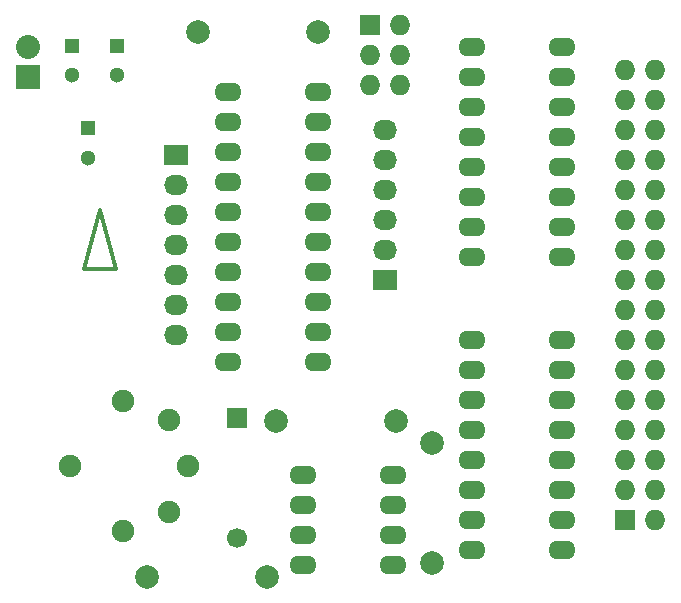
<source format=gts>
G04 #@! TF.FileFunction,Soldermask,Top*
%FSLAX46Y46*%
G04 Gerber Fmt 4.6, Leading zero omitted, Abs format (unit mm)*
G04 Created by KiCad (PCBNEW 4.0.1-stable) date Monday, January 11, 2016 'pmt' 06:27:43 pm*
%MOMM*%
G01*
G04 APERTURE LIST*
%ADD10C,0.100000*%
%ADD11C,0.300000*%
%ADD12R,1.300000X1.300000*%
%ADD13C,1.300000*%
%ADD14C,1.699260*%
%ADD15R,1.699260X1.699260*%
%ADD16O,2.300000X1.600000*%
%ADD17C,1.900000*%
%ADD18R,1.727200X1.727200*%
%ADD19O,1.727200X1.727200*%
%ADD20R,2.032000X1.727200*%
%ADD21O,2.032000X1.727200*%
%ADD22R,2.032000X2.032000*%
%ADD23O,2.032000X2.032000*%
%ADD24C,1.998980*%
G04 APERTURE END LIST*
D10*
D11*
X36258333Y-54966905D02*
X34924999Y-49966905D01*
X33591666Y-54966905D01*
X36258333Y-54966905D01*
D12*
X36322000Y-36068000D03*
D13*
X36322000Y-38568000D03*
D12*
X32512000Y-36068000D03*
D13*
X32512000Y-38568000D03*
D14*
X46484540Y-77724520D03*
D15*
X46484540Y-67564520D03*
D16*
X45720000Y-40005000D03*
X45720000Y-42545000D03*
X45720000Y-45085000D03*
X45720000Y-47625000D03*
X45720000Y-50165000D03*
X45720000Y-52705000D03*
X45720000Y-55245000D03*
X45720000Y-57785000D03*
X45720000Y-60325000D03*
X45720000Y-62865000D03*
X53340000Y-62865000D03*
X53340000Y-60325000D03*
X53340000Y-57785000D03*
X53340000Y-55245000D03*
X53340000Y-52705000D03*
X53340000Y-50165000D03*
X53340000Y-47625000D03*
X53340000Y-45085000D03*
X53340000Y-42545000D03*
X53340000Y-40005000D03*
D17*
X42330000Y-71628000D03*
X40719087Y-67738913D03*
X40719087Y-75517087D03*
X36830000Y-66128000D03*
X32330000Y-71628000D03*
X36830000Y-77128000D03*
D18*
X57785000Y-34290000D03*
D19*
X60325000Y-34290000D03*
X57785000Y-36830000D03*
X60325000Y-36830000D03*
X57785000Y-39370000D03*
X60325000Y-39370000D03*
D20*
X41338500Y-45275500D03*
D21*
X41338500Y-47815500D03*
X41338500Y-50355500D03*
X41338500Y-52895500D03*
X41338500Y-55435500D03*
X41338500Y-57975500D03*
X41338500Y-60515500D03*
D20*
X59055000Y-55880000D03*
D21*
X59055000Y-53340000D03*
X59055000Y-50800000D03*
X59055000Y-48260000D03*
X59055000Y-45720000D03*
X59055000Y-43180000D03*
D22*
X28829000Y-38735000D03*
D23*
X28829000Y-36195000D03*
D18*
X79375000Y-76200000D03*
D19*
X81915000Y-76200000D03*
X79375000Y-73660000D03*
X81915000Y-73660000D03*
X79375000Y-71120000D03*
X81915000Y-71120000D03*
X79375000Y-68580000D03*
X81915000Y-68580000D03*
X79375000Y-66040000D03*
X81915000Y-66040000D03*
X79375000Y-63500000D03*
X81915000Y-63500000D03*
X79375000Y-60960000D03*
X81915000Y-60960000D03*
X79375000Y-58420000D03*
X81915000Y-58420000D03*
X79375000Y-55880000D03*
X81915000Y-55880000D03*
X79375000Y-53340000D03*
X81915000Y-53340000D03*
X79375000Y-50800000D03*
X81915000Y-50800000D03*
X79375000Y-48260000D03*
X81915000Y-48260000D03*
X79375000Y-45720000D03*
X81915000Y-45720000D03*
X79375000Y-43180000D03*
X81915000Y-43180000D03*
X79375000Y-40640000D03*
X81915000Y-40640000D03*
X79375000Y-38100000D03*
X81915000Y-38100000D03*
D24*
X53340000Y-34925000D03*
X43180000Y-34925000D03*
X49022000Y-81026000D03*
X38862000Y-81026000D03*
X62992000Y-69659500D03*
X62992000Y-79819500D03*
X59944000Y-67818000D03*
X49784000Y-67818000D03*
D16*
X52070000Y-72390000D03*
X52070000Y-74930000D03*
X52070000Y-77470000D03*
X52070000Y-80010000D03*
X59690000Y-80010000D03*
X59690000Y-77470000D03*
X59690000Y-74930000D03*
X59690000Y-72390000D03*
X74041000Y-78740000D03*
X74041000Y-76200000D03*
X74041000Y-73660000D03*
X74041000Y-71120000D03*
X74041000Y-68580000D03*
X74041000Y-66040000D03*
X74041000Y-63500000D03*
X74041000Y-60960000D03*
X66421000Y-60960000D03*
X66421000Y-63500000D03*
X66421000Y-66040000D03*
X66421000Y-68580000D03*
X66421000Y-71120000D03*
X66421000Y-73660000D03*
X66421000Y-76200000D03*
X66421000Y-78740000D03*
X74041000Y-53975000D03*
X74041000Y-51435000D03*
X74041000Y-48895000D03*
X74041000Y-46355000D03*
X74041000Y-43815000D03*
X74041000Y-41275000D03*
X74041000Y-38735000D03*
X74041000Y-36195000D03*
X66421000Y-36195000D03*
X66421000Y-38735000D03*
X66421000Y-41275000D03*
X66421000Y-43815000D03*
X66421000Y-46355000D03*
X66421000Y-48895000D03*
X66421000Y-51435000D03*
X66421000Y-53975000D03*
D12*
X33909000Y-43053000D03*
D13*
X33909000Y-45553000D03*
M02*

</source>
